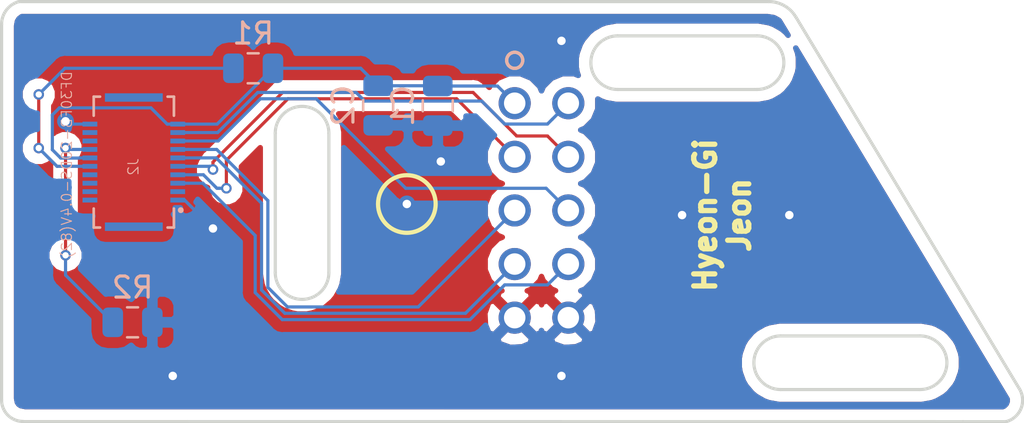
<source format=kicad_pcb>
(kicad_pcb (version 20171130) (host pcbnew "(5.0.1-3-g963ef8bb5)")

  (general
    (thickness 1.6)
    (drawings 23)
    (tracks 101)
    (zones 0)
    (modules 6)
    (nets 21)
  )

  (page A4)
  (title_block
    (title "Trackpad connector")
    (date 2019-03-24)
    (rev 2.0)
    (company vlukash)
  )

  (layers
    (0 F.Cu signal)
    (31 B.Cu signal)
    (32 B.Adhes user)
    (33 F.Adhes user)
    (34 B.Paste user)
    (35 F.Paste user)
    (36 B.SilkS user)
    (37 F.SilkS user)
    (38 B.Mask user)
    (39 F.Mask user)
    (40 Dwgs.User user)
    (41 Cmts.User user)
    (42 Eco1.User user)
    (43 Eco2.User user)
    (44 Edge.Cuts user)
    (45 Margin user)
    (46 B.CrtYd user hide)
    (47 F.CrtYd user)
    (48 B.Fab user hide)
    (49 F.Fab user hide)
  )

  (setup
    (last_trace_width 0.25)
    (trace_clearance 0.2)
    (zone_clearance 0.508)
    (zone_45_only no)
    (trace_min 0.15)
    (segment_width 0.2)
    (edge_width 0.15)
    (via_size 0.8)
    (via_drill 0.4)
    (via_min_size 0.3)
    (via_min_drill 0.3)
    (uvia_size 0.3)
    (uvia_drill 0.1)
    (uvias_allowed no)
    (uvia_min_size 0.2)
    (uvia_min_drill 0.1)
    (pcb_text_width 0.3)
    (pcb_text_size 1.5 1.5)
    (mod_edge_width 0.15)
    (mod_text_size 1 1)
    (mod_text_width 0.15)
    (pad_size 1.524 1.524)
    (pad_drill 0.762)
    (pad_to_mask_clearance 0.051)
    (solder_mask_min_width 0.25)
    (aux_axis_origin 0 0)
    (visible_elements FFFFFF7F)
    (pcbplotparams
      (layerselection 0x010fc_ffffffff)
      (usegerberextensions true)
      (usegerberattributes false)
      (usegerberadvancedattributes false)
      (creategerberjobfile false)
      (excludeedgelayer true)
      (linewidth 0.100000)
      (plotframeref false)
      (viasonmask false)
      (mode 1)
      (useauxorigin false)
      (hpglpennumber 1)
      (hpglpenspeed 20)
      (hpglpendiameter 15.000000)
      (psnegative false)
      (psa4output false)
      (plotreference true)
      (plotvalue true)
      (plotinvisibletext false)
      (padsonsilk false)
      (subtractmaskfromsilk false)
      (outputformat 1)
      (mirror false)
      (drillshape 0)
      (scaleselection 1)
      (outputdirectory "../plot/"))
  )

  (net 0 "")
  (net 1 +2V8)
  (net 2 GND)
  (net 3 TP_SHUTDOWN_2V85)
  (net 4 MOSI_2V85)
  (net 5 SCK_2V85)
  (net 6 TP_MOTION_2V85)
  (net 7 TP_CS_2V85)
  (net 8 MISO_2V85)
  (net 9 TP_RESET_2v85)
  (net 10 "Net-(J2-Pad2)")
  (net 11 "Net-(J2-Pad4)")
  (net 12 "Net-(J2-Pad3)")
  (net 13 "Net-(J2-Pad6)")
  (net 14 "Net-(J2-Pad8)")
  (net 15 "Net-(J2-Pad10)")
  (net 16 "Net-(J2-Pad14)")
  (net 17 "Net-(J2-Pad16)")
  (net 18 "Net-(J2-Pad18)")
  (net 19 "Net-(J2-PadS1)")
  (net 20 "Net-(J2-PadS2)")

  (net_class Default "This is the default net class."
    (clearance 0.2)
    (trace_width 0.25)
    (via_dia 0.8)
    (via_drill 0.4)
    (uvia_dia 0.3)
    (uvia_drill 0.1)
  )

  (net_class sm ""
    (clearance 0.15)
    (trace_width 0.15)
    (via_dia 0.5)
    (via_drill 0.3)
    (uvia_dia 0.3)
    (uvia_drill 0.1)
    (diff_pair_gap 0.15)
    (diff_pair_width 0.2)
    (add_net +2V8)
    (add_net GND)
    (add_net MISO_2V85)
    (add_net MOSI_2V85)
    (add_net "Net-(J2-Pad10)")
    (add_net "Net-(J2-Pad14)")
    (add_net "Net-(J2-Pad16)")
    (add_net "Net-(J2-Pad18)")
    (add_net "Net-(J2-Pad2)")
    (add_net "Net-(J2-Pad3)")
    (add_net "Net-(J2-Pad4)")
    (add_net "Net-(J2-Pad6)")
    (add_net "Net-(J2-Pad8)")
    (add_net "Net-(J2-PadS1)")
    (add_net "Net-(J2-PadS2)")
    (add_net SCK_2V85)
    (add_net TP_CS_2V85)
    (add_net TP_MOTION_2V85)
    (add_net TP_RESET_2v85)
    (add_net TP_SHUTDOWN_2V85)
  )

  (module trackpad:67997-410HLF (layer F.Cu) (tedit 5C906E4D) (tstamp 5C90653C)
    (at 136.85 93.125 270)
    (path /5BFBC49D)
    (fp_text reference J1 (at -5.08 1.27 270) (layer Dwgs.User)
      (effects (font (size 1 1) (thickness 0.15)))
    )
    (fp_text value 67997-410HLF (at -4.92 1.4 270) (layer Dwgs.User)
      (effects (font (size 1 1) (thickness 0.15)))
    )
    (fp_circle (center -10.16 4.445) (end -9.779 4.445) (layer F.Fab) (width 0.1524))
    (fp_circle (center -12.192 2.54) (end -11.811 2.54) (layer B.SilkS) (width 0.1524))
    (fp_circle (center -12.192 2.54) (end -11.811 2.54) (layer F.SilkS) (width 0.1524))
    (fp_line (start 1.27 -1.143) (end -11.43 -1.143) (layer F.CrtYd) (width 0.1524))
    (fp_line (start 1.27 3.683) (end 1.27 -1.143) (layer F.CrtYd) (width 0.1524))
    (fp_line (start -11.43 3.683) (end 1.27 3.683) (layer F.CrtYd) (width 0.1524))
    (fp_line (start -11.43 -1.143) (end -11.43 3.683) (layer F.CrtYd) (width 0.1524))
    (fp_line (start 1.524 -1.397) (end -11.684 -1.397) (layer F.CrtYd) (width 0.1524))
    (fp_line (start 1.524 3.937) (end 1.524 -1.397) (layer F.CrtYd) (width 0.1524))
    (fp_line (start -11.684 3.937) (end 1.524 3.937) (layer F.CrtYd) (width 0.1524))
    (fp_line (start -11.684 -1.397) (end -11.684 3.937) (layer F.CrtYd) (width 0.1524))
    (fp_line (start -11.43 -1.143) (end -11.43 3.683) (layer F.Fab) (width 0.1524))
    (fp_line (start 1.27 -1.143) (end -11.43 -1.143) (layer F.Fab) (width 0.1524))
    (fp_line (start 1.27 3.683) (end 1.27 -1.143) (layer F.Fab) (width 0.1524))
    (fp_line (start -11.43 3.683) (end 1.27 3.683) (layer F.Fab) (width 0.1524))
    (fp_line (start -11.557 -1.27) (end -11.557 3.81) (layer Dwgs.User) (width 0.1524))
    (fp_line (start 1.397 -1.27) (end -11.557 -1.27) (layer Dwgs.User) (width 0.1524))
    (fp_line (start 1.397 3.81) (end 1.397 -1.27) (layer Dwgs.User) (width 0.1524))
    (fp_line (start -11.557 3.81) (end 1.397 3.81) (layer Dwgs.User) (width 0.1524))
    (fp_text user * (at 0 0 270) (layer F.Fab)
      (effects (font (size 1 1) (thickness 0.15)))
    )
    (fp_text user * (at 0 0 270) (layer Dwgs.User)
      (effects (font (size 1 1) (thickness 0.15)))
    )
    (fp_text user "Copyright 2016 Accelerated Designs. All rights reserved." (at 0 0 270) (layer Cmts.User)
      (effects (font (size 0.127 0.127) (thickness 0.002)))
    )
    (pad 10 thru_hole circle (at 0 0 270) (size 1.524 1.524) (drill 1.016) (layers *.Cu *.Mask)
      (net 2 GND))
    (pad 9 thru_hole circle (at -2.54 0 270) (size 1.524 1.524) (drill 1.016) (layers *.Cu *.Mask)
      (net 9 TP_RESET_2v85))
    (pad 8 thru_hole circle (at -5.08 0 270) (size 1.524 1.524) (drill 1.016) (layers *.Cu *.Mask)
      (net 8 MISO_2V85))
    (pad 7 thru_hole circle (at -7.62 0 270) (size 1.524 1.524) (drill 1.016) (layers *.Cu *.Mask)
      (net 7 TP_CS_2V85))
    (pad 6 thru_hole circle (at -10.16 0 270) (size 1.524 1.524) (drill 1.016) (layers *.Cu *.Mask)
      (net 6 TP_MOTION_2V85))
    (pad 5 thru_hole circle (at 0 2.54 270) (size 1.524 1.524) (drill 1.016) (layers *.Cu *.Mask)
      (net 2 GND))
    (pad 4 thru_hole circle (at -2.54 2.54 270) (size 1.524 1.524) (drill 1.016) (layers *.Cu *.Mask)
      (net 5 SCK_2V85))
    (pad 3 thru_hole circle (at -5.08 2.54 270) (size 1.524 1.524) (drill 1.016) (layers *.Cu *.Mask)
      (net 4 MOSI_2V85))
    (pad 2 thru_hole circle (at -7.62 2.54 270) (size 1.524 1.524) (drill 1.016) (layers *.Cu *.Mask)
      (net 3 TP_SHUTDOWN_2V85))
    (pad 1 thru_hole circle (at -10.16 2.54 270) (size 1.524 1.524) (drill 1.016) (layers *.Cu *.Mask)
      (net 1 +2V8))
  )

  (module Capacitor_SMD:C_0805_2012Metric (layer B.Cu) (tedit 5B36C52B) (tstamp 5D1CBB54)
    (at 127.840071 83.074715 270)
    (descr "Capacitor SMD 0805 (2012 Metric), square (rectangular) end terminal, IPC_7351 nominal, (Body size source: https://docs.google.com/spreadsheets/d/1BsfQQcO9C6DZCsRaXUlFlo91Tg2WpOkGARC1WS5S8t0/edit?usp=sharing), generated with kicad-footprint-generator")
    (tags capacitor)
    (path /5BFBE5A7)
    (attr smd)
    (fp_text reference C2 (at 0 1.65 270) (layer B.SilkS)
      (effects (font (size 1 1) (thickness 0.15)) (justify mirror))
    )
    (fp_text value 100nF (at 0 -1.65 270) (layer B.Fab)
      (effects (font (size 1 1) (thickness 0.15)) (justify mirror))
    )
    (fp_text user %R (at 0 0 270) (layer B.Fab)
      (effects (font (size 0.5 0.5) (thickness 0.08)) (justify mirror))
    )
    (fp_line (start 1.68 -0.95) (end -1.68 -0.95) (layer B.CrtYd) (width 0.05))
    (fp_line (start 1.68 0.95) (end 1.68 -0.95) (layer B.CrtYd) (width 0.05))
    (fp_line (start -1.68 0.95) (end 1.68 0.95) (layer B.CrtYd) (width 0.05))
    (fp_line (start -1.68 -0.95) (end -1.68 0.95) (layer B.CrtYd) (width 0.05))
    (fp_line (start -0.258578 -0.71) (end 0.258578 -0.71) (layer B.SilkS) (width 0.12))
    (fp_line (start -0.258578 0.71) (end 0.258578 0.71) (layer B.SilkS) (width 0.12))
    (fp_line (start 1 -0.6) (end -1 -0.6) (layer B.Fab) (width 0.1))
    (fp_line (start 1 0.6) (end 1 -0.6) (layer B.Fab) (width 0.1))
    (fp_line (start -1 0.6) (end 1 0.6) (layer B.Fab) (width 0.1))
    (fp_line (start -1 -0.6) (end -1 0.6) (layer B.Fab) (width 0.1))
    (pad 2 smd roundrect (at 0.9375 0 270) (size 0.975 1.4) (layers B.Cu B.Paste B.Mask) (roundrect_rratio 0.25)
      (net 2 GND))
    (pad 1 smd roundrect (at -0.9375 0 270) (size 0.975 1.4) (layers B.Cu B.Paste B.Mask) (roundrect_rratio 0.25)
      (net 1 +2V8))
    (model ${KISYS3DMOD}/Capacitor_SMD.3dshapes/C_0805_2012Metric.wrl
      (at (xyz 0 0 0))
      (scale (xyz 1 1 1))
      (rotate (xyz 0 0 0))
    )
  )

  (module Capacitor_SMD:C_0805_2012Metric (layer B.Cu) (tedit 5B36C52B) (tstamp 5D1CBB84)
    (at 130.665071 83.087215 270)
    (descr "Capacitor SMD 0805 (2012 Metric), square (rectangular) end terminal, IPC_7351 nominal, (Body size source: https://docs.google.com/spreadsheets/d/1BsfQQcO9C6DZCsRaXUlFlo91Tg2WpOkGARC1WS5S8t0/edit?usp=sharing), generated with kicad-footprint-generator")
    (tags capacitor)
    (path /5BFBE5A0)
    (attr smd)
    (fp_text reference C1 (at 0 1.65 270) (layer B.SilkS)
      (effects (font (size 1 1) (thickness 0.15)) (justify mirror))
    )
    (fp_text value 100pF (at 0 -1.65 270) (layer B.Fab)
      (effects (font (size 1 1) (thickness 0.15)) (justify mirror))
    )
    (fp_line (start -1 -0.6) (end -1 0.6) (layer B.Fab) (width 0.1))
    (fp_line (start -1 0.6) (end 1 0.6) (layer B.Fab) (width 0.1))
    (fp_line (start 1 0.6) (end 1 -0.6) (layer B.Fab) (width 0.1))
    (fp_line (start 1 -0.6) (end -1 -0.6) (layer B.Fab) (width 0.1))
    (fp_line (start -0.258578 0.71) (end 0.258578 0.71) (layer B.SilkS) (width 0.12))
    (fp_line (start -0.258578 -0.71) (end 0.258578 -0.71) (layer B.SilkS) (width 0.12))
    (fp_line (start -1.68 -0.95) (end -1.68 0.95) (layer B.CrtYd) (width 0.05))
    (fp_line (start -1.68 0.95) (end 1.68 0.95) (layer B.CrtYd) (width 0.05))
    (fp_line (start 1.68 0.95) (end 1.68 -0.95) (layer B.CrtYd) (width 0.05))
    (fp_line (start 1.68 -0.95) (end -1.68 -0.95) (layer B.CrtYd) (width 0.05))
    (fp_text user %R (at 0 0 270) (layer B.Fab)
      (effects (font (size 0.5 0.5) (thickness 0.08)) (justify mirror))
    )
    (pad 1 smd roundrect (at -0.9375 0 270) (size 0.975 1.4) (layers B.Cu B.Paste B.Mask) (roundrect_rratio 0.25)
      (net 1 +2V8))
    (pad 2 smd roundrect (at 0.9375 0 270) (size 0.975 1.4) (layers B.Cu B.Paste B.Mask) (roundrect_rratio 0.25)
      (net 2 GND))
    (model ${KISYS3DMOD}/Capacitor_SMD.3dshapes/C_0805_2012Metric.wrl
      (at (xyz 0 0 0))
      (scale (xyz 1 1 1))
      (rotate (xyz 0 0 0))
    )
  )

  (module "trackpad:HIROSE_DF30FB-20DS-0.4V(82)" (layer B.Cu) (tedit 0) (tstamp 5C906581)
    (at 116.265 85.755 90)
    (path /5BFC2433)
    (attr smd)
    (fp_text reference J2 (at -0.225 -0.025 90) (layer B.SilkS)
      (effects (font (size 0.483319 0.483319) (thickness 0.05)) (justify mirror))
    )
    (fp_text value "DF30FB-20DS-0.4V(82)" (at -0.125 -3.175 90) (layer B.SilkS)
      (effects (font (size 0.481269 0.481269) (thickness 0.05)) (justify mirror))
    )
    (fp_line (start -3.1 1.6) (end -3.1 1.9) (layer B.SilkS) (width 0.127))
    (fp_line (start -3.1 1.9) (end -2.2 1.9) (layer B.SilkS) (width 0.127))
    (fp_line (start 3.1 -1.6) (end 3.1 -1.9) (layer B.SilkS) (width 0.127))
    (fp_line (start 3.1 -1.9) (end 2.2 -1.9) (layer B.SilkS) (width 0.127))
    (fp_line (start -3.1 -1.6) (end -3.1 -1.9) (layer B.SilkS) (width 0.127))
    (fp_line (start -3.1 -1.9) (end -2.2 -1.9) (layer B.SilkS) (width 0.127))
    (fp_line (start 3.1 1.6) (end 3.1 1.9) (layer B.SilkS) (width 0.127))
    (fp_line (start 3.1 1.9) (end 2.2 1.9) (layer B.SilkS) (width 0.127))
    (fp_circle (center -2.2762 2.2244) (end -2.2062 2.2244) (layer B.SilkS) (width 0.14))
    (fp_line (start -3.1 1.9) (end -3.1 -1.9) (layer Dwgs.User) (width 0.127))
    (fp_line (start -3.1 -1.9) (end 3.1 -1.9) (layer Dwgs.User) (width 0.127))
    (fp_line (start 3.1 -1.9) (end 3.1 1.9) (layer Dwgs.User) (width 0.127))
    (fp_line (start 3.1 1.9) (end -3.1 1.9) (layer Dwgs.User) (width 0.127))
    (fp_line (start -3.5 2.7) (end -3.5 -2.7) (layer Eco1.User) (width 0.05))
    (fp_line (start -3.5 -2.7) (end 3.5 -2.7) (layer Eco1.User) (width 0.05))
    (fp_line (start 3.5 -2.7) (end 3.5 2.7) (layer Eco1.User) (width 0.05))
    (fp_line (start 3.5 2.7) (end -3.5 2.7) (layer Eco1.User) (width 0.05))
    (pad 2 smd rect (at -1.8 -2.08 90) (size 0.23 0.7) (layers B.Cu B.Paste B.Mask)
      (net 10 "Net-(J2-Pad2)"))
    (pad 1 smd rect (at -1.8 2.08 270) (size 0.23 0.7) (layers B.Cu B.Paste B.Mask)
      (net 2 GND))
    (pad 4 smd rect (at -1.4 -2.08 90) (size 0.23 0.7) (layers B.Cu B.Paste B.Mask)
      (net 11 "Net-(J2-Pad4)"))
    (pad 3 smd rect (at -1.4 2.08 270) (size 0.23 0.7) (layers B.Cu B.Paste B.Mask)
      (net 12 "Net-(J2-Pad3)"))
    (pad 6 smd rect (at -1 -2.08 90) (size 0.23 0.7) (layers B.Cu B.Paste B.Mask)
      (net 13 "Net-(J2-Pad6)"))
    (pad 5 smd rect (at -1 2.08 270) (size 0.23 0.7) (layers B.Cu B.Paste B.Mask)
      (net 9 TP_RESET_2v85))
    (pad 8 smd rect (at -0.6 -2.08 90) (size 0.23 0.7) (layers B.Cu B.Paste B.Mask)
      (net 14 "Net-(J2-Pad8)"))
    (pad 7 smd rect (at -0.6 2.08 270) (size 0.23 0.7) (layers B.Cu B.Paste B.Mask)
      (net 3 TP_SHUTDOWN_2V85))
    (pad 10 smd rect (at -0.2 -2.08 90) (size 0.23 0.7) (layers B.Cu B.Paste B.Mask)
      (net 15 "Net-(J2-Pad10)"))
    (pad 9 smd rect (at -0.2 2.08 270) (size 0.23 0.7) (layers B.Cu B.Paste B.Mask)
      (net 7 TP_CS_2V85))
    (pad 12 smd rect (at 0.2 -2.08 90) (size 0.23 0.7) (layers B.Cu B.Paste B.Mask)
      (net 1 +2V8))
    (pad 11 smd rect (at 0.2 2.08 270) (size 0.23 0.7) (layers B.Cu B.Paste B.Mask)
      (net 5 SCK_2V85))
    (pad 14 smd rect (at 0.6 -2.08 90) (size 0.23 0.7) (layers B.Cu B.Paste B.Mask)
      (net 16 "Net-(J2-Pad14)"))
    (pad 13 smd rect (at 0.6 2.08 270) (size 0.23 0.7) (layers B.Cu B.Paste B.Mask)
      (net 4 MOSI_2V85))
    (pad 16 smd rect (at 1 -2.08 90) (size 0.23 0.7) (layers B.Cu B.Paste B.Mask)
      (net 17 "Net-(J2-Pad16)"))
    (pad 15 smd rect (at 1 2.08 270) (size 0.23 0.7) (layers B.Cu B.Paste B.Mask)
      (net 8 MISO_2V85))
    (pad 18 smd rect (at 1.4 -2.08 90) (size 0.23 0.7) (layers B.Cu B.Paste B.Mask)
      (net 18 "Net-(J2-Pad18)"))
    (pad 17 smd rect (at 1.4 2.08 270) (size 0.23 0.7) (layers B.Cu B.Paste B.Mask)
      (net 6 TP_MOTION_2V85))
    (pad 20 smd rect (at 1.8 -2.08 90) (size 0.23 0.7) (layers B.Cu B.Paste B.Mask)
      (net 2 GND))
    (pad 19 smd rect (at 1.8 2.08 270) (size 0.23 0.7) (layers B.Cu B.Paste B.Mask)
      (net 1 +2V8))
    (pad S1 smd rect (at -3.06 0 90) (size 0.4 2.74) (layers B.Cu B.Paste B.Mask)
      (net 19 "Net-(J2-PadS1)"))
    (pad S2 smd rect (at 3.06 0 270) (size 0.4 2.74) (layers B.Cu B.Paste B.Mask)
      (net 20 "Net-(J2-PadS2)"))
  )

  (module Resistor_SMD:R_0805_2012Metric (layer B.Cu) (tedit 5B36C52B) (tstamp 5C907BD1)
    (at 121.92 81.309715 180)
    (descr "Resistor SMD 0805 (2012 Metric), square (rectangular) end terminal, IPC_7351 nominal, (Body size source: https://docs.google.com/spreadsheets/d/1BsfQQcO9C6DZCsRaXUlFlo91Tg2WpOkGARC1WS5S8t0/edit?usp=sharing), generated with kicad-footprint-generator")
    (tags resistor)
    (path /5BFC6507)
    (attr smd)
    (fp_text reference R1 (at 0 1.65 180) (layer B.SilkS)
      (effects (font (size 1 1) (thickness 0.15)) (justify mirror))
    )
    (fp_text value 220k (at 0 -1.65 180) (layer B.Fab)
      (effects (font (size 1 1) (thickness 0.15)) (justify mirror))
    )
    (fp_line (start -1 -0.6) (end -1 0.6) (layer B.Fab) (width 0.1))
    (fp_line (start -1 0.6) (end 1 0.6) (layer B.Fab) (width 0.1))
    (fp_line (start 1 0.6) (end 1 -0.6) (layer B.Fab) (width 0.1))
    (fp_line (start 1 -0.6) (end -1 -0.6) (layer B.Fab) (width 0.1))
    (fp_line (start -0.258578 0.71) (end 0.258578 0.71) (layer B.SilkS) (width 0.12))
    (fp_line (start -0.258578 -0.71) (end 0.258578 -0.71) (layer B.SilkS) (width 0.12))
    (fp_line (start -1.68 -0.95) (end -1.68 0.95) (layer B.CrtYd) (width 0.05))
    (fp_line (start -1.68 0.95) (end 1.68 0.95) (layer B.CrtYd) (width 0.05))
    (fp_line (start 1.68 0.95) (end 1.68 -0.95) (layer B.CrtYd) (width 0.05))
    (fp_line (start 1.68 -0.95) (end -1.68 -0.95) (layer B.CrtYd) (width 0.05))
    (fp_text user %R (at 0 0 180) (layer B.Fab)
      (effects (font (size 0.5 0.5) (thickness 0.08)) (justify mirror))
    )
    (pad 1 smd roundrect (at -0.9375 0 180) (size 0.975 1.4) (layers B.Cu B.Paste B.Mask) (roundrect_rratio 0.25)
      (net 1 +2V8))
    (pad 2 smd roundrect (at 0.9375 0 180) (size 0.975 1.4) (layers B.Cu B.Paste B.Mask) (roundrect_rratio 0.25)
      (net 15 "Net-(J2-Pad10)"))
    (model ${KISYS3DMOD}/Resistor_SMD.3dshapes/R_0805_2012Metric.wrl
      (at (xyz 0 0 0))
      (scale (xyz 1 1 1))
      (rotate (xyz 0 0 0))
    )
  )

  (module Resistor_SMD:R_0805_2012Metric (layer B.Cu) (tedit 5B36C52B) (tstamp 5D1CBE1F)
    (at 116.205 93.345 180)
    (descr "Resistor SMD 0805 (2012 Metric), square (rectangular) end terminal, IPC_7351 nominal, (Body size source: https://docs.google.com/spreadsheets/d/1BsfQQcO9C6DZCsRaXUlFlo91Tg2WpOkGARC1WS5S8t0/edit?usp=sharing), generated with kicad-footprint-generator")
    (tags resistor)
    (path /5BFC98B0)
    (attr smd)
    (fp_text reference R2 (at 0 1.65 180) (layer B.SilkS)
      (effects (font (size 1 1) (thickness 0.15)) (justify mirror))
    )
    (fp_text value 220k (at 0 -1.65 180) (layer B.Fab)
      (effects (font (size 1 1) (thickness 0.15)) (justify mirror))
    )
    (fp_line (start -1 -0.6) (end -1 0.6) (layer B.Fab) (width 0.1))
    (fp_line (start -1 0.6) (end 1 0.6) (layer B.Fab) (width 0.1))
    (fp_line (start 1 0.6) (end 1 -0.6) (layer B.Fab) (width 0.1))
    (fp_line (start 1 -0.6) (end -1 -0.6) (layer B.Fab) (width 0.1))
    (fp_line (start -0.258578 0.71) (end 0.258578 0.71) (layer B.SilkS) (width 0.12))
    (fp_line (start -0.258578 -0.71) (end 0.258578 -0.71) (layer B.SilkS) (width 0.12))
    (fp_line (start -1.68 -0.95) (end -1.68 0.95) (layer B.CrtYd) (width 0.05))
    (fp_line (start -1.68 0.95) (end 1.68 0.95) (layer B.CrtYd) (width 0.05))
    (fp_line (start 1.68 0.95) (end 1.68 -0.95) (layer B.CrtYd) (width 0.05))
    (fp_line (start 1.68 -0.95) (end -1.68 -0.95) (layer B.CrtYd) (width 0.05))
    (fp_text user %R (at 0 0 180) (layer B.Fab)
      (effects (font (size 0.5 0.5) (thickness 0.08)) (justify mirror))
    )
    (pad 1 smd roundrect (at -0.9375 0 180) (size 0.975 1.4) (layers B.Cu B.Paste B.Mask) (roundrect_rratio 0.25)
      (net 2 GND))
    (pad 2 smd roundrect (at 0.9375 0 180) (size 0.975 1.4) (layers B.Cu B.Paste B.Mask) (roundrect_rratio 0.25)
      (net 16 "Net-(J2-Pad14)"))
    (model ${KISYS3DMOD}/Resistor_SMD.3dshapes/R_0805_2012Metric.wrl
      (at (xyz 0 0 0))
      (scale (xyz 1 1 1))
      (rotate (xyz 0 0 0))
    )
  )

  (gr_text "Hyeon-Gi\nJeon" (at 144.145 88.265 90) (layer F.SilkS)
    (effects (font (size 1 1) (thickness 0.25)))
  )
  (gr_circle (center 129.2 87.74) (end 127.84 87.62) (layer F.SilkS) (width 0.2))
  (gr_arc (start 124.235768 90.98891) (end 122.965768 90.98891) (angle -180) (layer Edge.Cuts) (width 0.15) (tstamp 5D1CAE4A))
  (gr_line (start 125.505768 84.38491) (end 125.505768 90.98891) (layer Edge.Cuts) (width 0.15) (tstamp 5D1CAE53))
  (gr_line (start 122.965768 84.38491) (end 122.965768 90.98891) (layer Edge.Cuts) (width 0.15) (tstamp 5D1CAE50))
  (gr_arc (start 124.235768 84.38491) (end 125.505768 84.38491) (angle -180) (layer Edge.Cuts) (width 0.15) (tstamp 5D1CAE4D))
  (gr_arc (start 111.116076 79.225) (end 110.82 78.15) (angle -74.6014036) (layer Edge.Cuts) (width 0.15) (tstamp 5C906DA9))
  (gr_arc (start 153.516 95.26) (end 153.516 96.53) (angle -180) (layer Edge.Cuts) (width 0.15) (tstamp 5C9065BC))
  (gr_line (start 110.975 98.05) (end 155.548 98.054) (layer Edge.Cuts) (width 0.15) (tstamp 5C9065BB))
  (gr_line (start 147.63 78.88) (end 158.18 96.43) (layer Edge.Cuts) (width 0.15) (tstamp 5C9065BA))
  (gr_line (start 155.548 98.054) (end 157.58 98.054) (layer Edge.Cuts) (width 0.15) (tstamp 5C9065B7))
  (gr_arc (start 157.326 97.038) (end 157.579999 98.053999) (angle -109.6538639) (layer Edge.Cuts) (width 0.15) (tstamp 5C9065B6))
  (gr_arc (start 146.35 79.63106) (end 147.619999 78.869061) (angle -59.03624347) (layer Edge.Cuts) (width 0.15) (tstamp 5C9065B5))
  (gr_line (start 146.34 78.15) (end 110.8 78.15) (layer Edge.Cuts) (width 0.15) (tstamp 5C90653B))
  (gr_line (start 110 79.22) (end 110 97.01) (layer Edge.Cuts) (width 0.15) (tstamp 5C90653A))
  (gr_arc (start 111.016 97.025) (end 110 97.025) (angle -90) (layer Edge.Cuts) (width 0.15) (tstamp 5C906539))
  (gr_line (start 145.792 82.314) (end 139.188 82.314) (layer Edge.Cuts) (width 0.15) (tstamp 5C9064EB))
  (gr_line (start 145.792 79.774) (end 139.188 79.774) (layer Edge.Cuts) (width 0.15) (tstamp 5C9064EA))
  (gr_arc (start 145.792 81.044) (end 145.792 82.314) (angle -180) (layer Edge.Cuts) (width 0.15) (tstamp 5C9064E9))
  (gr_line (start 153.516 93.99) (end 146.912 93.99) (layer Edge.Cuts) (width 0.15) (tstamp 5C9064E8))
  (gr_line (start 153.516 96.53) (end 146.912 96.53) (layer Edge.Cuts) (width 0.15) (tstamp 5C9064E7))
  (gr_arc (start 146.912 95.26) (end 146.912 93.99) (angle -180) (layer Edge.Cuts) (width 0.15) (tstamp 5C9064CE))
  (gr_arc (start 139.188 81.044) (end 139.188 79.774) (angle -180) (layer Edge.Cuts) (width 0.15) (tstamp 5C9064BD))

  (via (at 120.65 86.995) (size 0.5) (drill 0.3) (layers F.Cu B.Cu) (net 3))
  (via (at 120.015 86.106) (size 0.5) (drill 0.3) (layers F.Cu B.Cu) (net 7) (tstamp 5D1CCF96))
  (segment (start 133.494715 82.149715) (end 134.31 82.965) (width 0.15) (layer B.Cu) (net 1))
  (segment (start 130.665071 82.149715) (end 133.494715 82.149715) (width 0.15) (layer B.Cu) (net 1))
  (segment (start 130.652571 82.137215) (end 130.665071 82.149715) (width 0.15) (layer B.Cu) (net 1))
  (segment (start 127.840071 82.137215) (end 130.652571 82.137215) (width 0.15) (layer B.Cu) (net 1))
  (segment (start 127.012571 81.309715) (end 127.840071 82.137215) (width 0.15) (layer B.Cu) (net 1))
  (segment (start 122.8575 81.309715) (end 127.012571 81.309715) (width 0.15) (layer B.Cu) (net 1))
  (segment (start 120.212215 83.955) (end 122.8575 81.309715) (width 0.15) (layer B.Cu) (net 1))
  (segment (start 118.345 83.955) (end 120.212215 83.955) (width 0.15) (layer B.Cu) (net 1))
  (segment (start 112.404999 83.519999) (end 112.739998 83.185) (width 0.15) (layer B.Cu) (net 1))
  (segment (start 113.685 85.555) (end 113.674999 85.565001) (width 0.15) (layer B.Cu) (net 1))
  (segment (start 112.801999 85.565001) (end 112.404999 85.168001) (width 0.15) (layer B.Cu) (net 1))
  (segment (start 113.674999 85.565001) (end 112.801999 85.565001) (width 0.15) (layer B.Cu) (net 1))
  (segment (start 112.404999 85.168001) (end 112.404999 83.519999) (width 0.15) (layer B.Cu) (net 1))
  (segment (start 114.185 85.555) (end 113.685 85.555) (width 0.15) (layer B.Cu) (net 1))
  (segment (start 117.845 83.955) (end 118.345 83.955) (width 0.15) (layer B.Cu) (net 1))
  (segment (start 117.075 83.185) (end 117.845 83.955) (width 0.15) (layer B.Cu) (net 1))
  (segment (start 112.739998 83.185) (end 117.075 83.185) (width 0.15) (layer B.Cu) (net 1))
  (via (at 147.32 88.265) (size 0.8) (drill 0.4) (layers F.Cu B.Cu) (net 2))
  (via (at 118.11 95.885) (size 0.8) (drill 0.4) (layers F.Cu B.Cu) (net 2))
  (via (at 136.525 95.885) (size 0.8) (drill 0.4) (layers F.Cu B.Cu) (net 2))
  (via (at 120.015 88.9) (size 0.8) (drill 0.4) (layers F.Cu B.Cu) (net 2) (tstamp 5D1CC26A))
  (via (at 113.03 83.82) (size 0.8) (drill 0.4) (layers F.Cu B.Cu) (net 2) (tstamp 5D1CC26E))
  (via (at 129.2 87.74) (size 0.8) (drill 0.4) (layers F.Cu B.Cu) (net 2) (tstamp 5D1CC392))
  (via (at 136.525 80.01) (size 0.8) (drill 0.4) (layers F.Cu B.Cu) (net 2) (tstamp 5D1CC394))
  (via (at 142.24 88.265) (size 0.8) (drill 0.4) (layers F.Cu B.Cu) (net 2) (tstamp 5D1CC396))
  (segment (start 113.165 83.955) (end 113.03 83.82) (width 0.15) (layer B.Cu) (net 2))
  (segment (start 114.185 83.955) (end 113.165 83.955) (width 0.15) (layer B.Cu) (net 2))
  (via (at 130.81 85.725) (size 0.8) (drill 0.4) (layers F.Cu B.Cu) (net 2) (tstamp 5D1CD2D6))
  (segment (start 118.67 87.555) (end 118.345 87.555) (width 0.15) (layer B.Cu) (net 2))
  (segment (start 120.015 88.9) (end 118.67 87.555) (width 0.15) (layer B.Cu) (net 2))
  (via (at 113.03 85.09) (size 0.5) (drill 0.3) (layers F.Cu B.Cu) (net 16))
  (via (at 111.76 85.09) (size 0.5) (drill 0.3) (layers F.Cu B.Cu) (net 15))
  (segment (start 120.200998 86.995) (end 120.296447 86.995) (width 0.15) (layer B.Cu) (net 3))
  (segment (start 119.560998 86.355) (end 120.200998 86.995) (width 0.15) (layer B.Cu) (net 3))
  (segment (start 120.296447 86.995) (end 120.65 86.995) (width 0.15) (layer B.Cu) (net 3))
  (segment (start 118.345 86.355) (end 119.560998 86.355) (width 0.15) (layer B.Cu) (net 3))
  (segment (start 133.548001 84.743001) (end 134.31 85.505) (width 0.15) (layer F.Cu) (net 3))
  (segment (start 131.560718 82.755718) (end 133.548001 84.743001) (width 0.15) (layer F.Cu) (net 3))
  (segment (start 123.564768 82.755718) (end 131.560718 82.755718) (width 0.15) (layer F.Cu) (net 3))
  (segment (start 120.65 85.670486) (end 123.564768 82.755718) (width 0.15) (layer F.Cu) (net 3))
  (segment (start 120.65 86.995) (end 120.65 85.670486) (width 0.15) (layer F.Cu) (net 3))
  (segment (start 118.845 85.155) (end 118.345 85.155) (width 0.15) (layer B.Cu) (net 4))
  (segment (start 122.615758 87.579478) (end 120.19128 85.155) (width 0.15) (layer B.Cu) (net 4))
  (segment (start 123.544555 92.618101) (end 122.615759 91.689305) (width 0.15) (layer B.Cu) (net 4))
  (segment (start 129.736899 92.618101) (end 123.544555 92.618101) (width 0.15) (layer B.Cu) (net 4))
  (segment (start 120.19128 85.155) (end 118.845 85.155) (width 0.15) (layer B.Cu) (net 4))
  (segment (start 134.31 88.045) (end 129.736899 92.618101) (width 0.15) (layer B.Cu) (net 4))
  (segment (start 122.615759 91.689305) (end 122.615758 87.579478) (width 0.15) (layer B.Cu) (net 4))
  (segment (start 120.167002 85.555) (end 118.345 85.555) (width 0.15) (layer B.Cu) (net 5))
  (segment (start 122.315749 91.813573) (end 122.315749 87.703747) (width 0.15) (layer B.Cu) (net 5))
  (segment (start 123.420286 92.91811) (end 122.315749 91.813573) (width 0.15) (layer B.Cu) (net 5))
  (segment (start 131.976889 92.918111) (end 123.420286 92.91811) (width 0.15) (layer B.Cu) (net 5))
  (segment (start 122.315749 87.703747) (end 120.167002 85.555) (width 0.15) (layer B.Cu) (net 5))
  (segment (start 134.31 90.585) (end 131.976889 92.918111) (width 0.15) (layer B.Cu) (net 5))
  (segment (start 132.746463 82.862225) (end 133.836239 83.952001) (width 0.15) (layer B.Cu) (net 6))
  (segment (start 133.836239 83.952001) (end 135.862999 83.952001) (width 0.15) (layer B.Cu) (net 6))
  (segment (start 127.202153 82.862225) (end 132.746463 82.862225) (width 0.15) (layer B.Cu) (net 6))
  (segment (start 136.088001 83.726999) (end 136.85 82.965) (width 0.15) (layer B.Cu) (net 6))
  (segment (start 126.795637 82.455709) (end 127.202153 82.862225) (width 0.15) (layer B.Cu) (net 6))
  (segment (start 135.862999 83.952001) (end 136.088001 83.726999) (width 0.15) (layer B.Cu) (net 6))
  (segment (start 122.135784 82.455709) (end 126.795637 82.455709) (width 0.15) (layer B.Cu) (net 6))
  (segment (start 120.236493 84.355) (end 122.135784 82.455709) (width 0.15) (layer B.Cu) (net 6))
  (segment (start 118.345 84.355) (end 120.236493 84.355) (width 0.15) (layer B.Cu) (net 6))
  (segment (start 119.864 85.955) (end 120.015 86.106) (width 0.15) (layer B.Cu) (net 7))
  (segment (start 118.345 85.955) (end 119.864 85.955) (width 0.15) (layer B.Cu) (net 7))
  (segment (start 136.088001 84.743001) (end 136.85 85.505) (width 0.15) (layer F.Cu) (net 7))
  (segment (start 134.402237 84.517999) (end 135.862999 84.517999) (width 0.15) (layer F.Cu) (net 7))
  (segment (start 132.339946 82.455708) (end 134.402237 84.517999) (width 0.15) (layer F.Cu) (net 7))
  (segment (start 123.311739 82.455708) (end 132.339946 82.455708) (width 0.15) (layer F.Cu) (net 7))
  (segment (start 135.862999 84.517999) (end 136.088001 84.743001) (width 0.15) (layer F.Cu) (net 7))
  (segment (start 120.015 85.752447) (end 123.311739 82.455708) (width 0.15) (layer F.Cu) (net 7))
  (segment (start 120.015 86.106) (end 120.015 85.752447) (width 0.15) (layer F.Cu) (net 7))
  (segment (start 120.260771 84.755) (end 118.345 84.755) (width 0.15) (layer B.Cu) (net 8))
  (segment (start 124.906767 82.755718) (end 122.260053 82.755718) (width 0.15) (layer B.Cu) (net 8))
  (segment (start 129.146049 86.995) (end 124.906767 82.755718) (width 0.15) (layer B.Cu) (net 8))
  (segment (start 122.260053 82.755718) (end 120.260771 84.755) (width 0.15) (layer B.Cu) (net 8))
  (segment (start 135.8 86.995) (end 129.146049 86.995) (width 0.15) (layer B.Cu) (net 8))
  (segment (start 136.85 88.045) (end 135.8 86.995) (width 0.15) (layer B.Cu) (net 8))
  (segment (start 122.015739 89.234019) (end 122.015739 91.937841) (width 0.15) (layer B.Cu) (net 9))
  (segment (start 119.53672 86.755) (end 122.015739 89.234019) (width 0.15) (layer B.Cu) (net 9))
  (segment (start 118.345 86.755) (end 119.53672 86.755) (width 0.15) (layer B.Cu) (net 9))
  (segment (start 136.088001 91.346999) (end 136.85 90.585) (width 0.15) (layer B.Cu) (net 9))
  (segment (start 135.862999 91.572001) (end 136.088001 91.346999) (width 0.15) (layer B.Cu) (net 9))
  (segment (start 133.836239 91.572001) (end 135.862999 91.572001) (width 0.15) (layer B.Cu) (net 9))
  (segment (start 132.190121 93.218119) (end 133.836239 91.572001) (width 0.15) (layer B.Cu) (net 9))
  (segment (start 123.296019 93.218119) (end 132.190121 93.218119) (width 0.15) (layer B.Cu) (net 9))
  (segment (start 122.015739 91.937841) (end 123.296019 93.218119) (width 0.15) (layer B.Cu) (net 9))
  (segment (start 112.625 85.955) (end 111.76 85.09) (width 0.15) (layer B.Cu) (net 15))
  (segment (start 114.185 85.955) (end 112.625 85.955) (width 0.15) (layer B.Cu) (net 15))
  (via (at 111.76 82.55) (size 0.5) (drill 0.3) (layers F.Cu B.Cu) (net 15) (tstamp 5D1CC4BE))
  (segment (start 113.000285 81.309715) (end 111.76 82.55) (width 0.15) (layer B.Cu) (net 15))
  (segment (start 120.9825 81.309715) (end 113.000285 81.309715) (width 0.15) (layer B.Cu) (net 15))
  (segment (start 111.76 82.55) (end 111.76 85.09) (width 0.15) (layer F.Cu) (net 15))
  (via (at 113.03 90.17) (size 0.5) (drill 0.3) (layers F.Cu B.Cu) (net 16) (tstamp 5D1CC425))
  (segment (start 113.03 91.1075) (end 115.2675 93.345) (width 0.15) (layer B.Cu) (net 16))
  (segment (start 113.03 90.17) (end 113.03 91.1075) (width 0.15) (layer B.Cu) (net 16))
  (segment (start 113.095 85.155) (end 114.185 85.155) (width 0.15) (layer B.Cu) (net 16))
  (segment (start 113.03 85.09) (end 113.095 85.155) (width 0.15) (layer B.Cu) (net 16))
  (segment (start 113.03 85.09) (end 113.03 90.17) (width 0.15) (layer F.Cu) (net 16))

  (zone (net 2) (net_name GND) (layer F.Cu) (tstamp 5C91A435) (hatch edge 0.508)
    (connect_pads (clearance 0.508))
    (min_thickness 0.254)
    (fill yes (arc_segments 16) (thermal_gap 0.508) (thermal_bridge_width 0.508))
    (polygon
      (pts
        (xy 110.2 79.2) (xy 110.8 78.4) (xy 146.6 78.4) (xy 157.8 97) (xy 157.6 97.8)
        (xy 110.8 97.8) (xy 110.2 97.2)
      )
    )
    (filled_polygon
      (pts
        (xy 146.596596 78.910813) (xy 146.816601 79.029521) (xy 146.857388 79.073645) (xy 147.261941 79.745492) (xy 147.152231 79.614744)
        (xy 146.96334 79.456246) (xy 146.963338 79.456245) (xy 146.581367 79.235713) (xy 146.581368 79.235713) (xy 146.581365 79.235711)
        (xy 146.349656 79.151376) (xy 145.922874 79.076123) (xy 145.861926 79.064) (xy 139.118074 79.064) (xy 139.057119 79.076125)
        (xy 138.630344 79.151376) (xy 138.398635 79.235711) (xy 138.398633 79.235713) (xy 138.398632 79.235713) (xy 138.016662 79.456245)
        (xy 138.01666 79.456246) (xy 137.827769 79.614744) (xy 137.544257 79.95262) (xy 137.420966 80.166165) (xy 137.420966 80.166167)
        (xy 137.270112 80.580632) (xy 137.236662 80.770337) (xy 137.227294 80.823467) (xy 137.227294 81.264534) (xy 137.270112 81.507368)
        (xy 137.321348 81.648136) (xy 137.127881 81.568) (xy 136.572119 81.568) (xy 136.058663 81.78068) (xy 135.66568 82.173663)
        (xy 135.58 82.380513) (xy 135.49432 82.173663) (xy 135.101337 81.78068) (xy 134.587881 81.568) (xy 134.032119 81.568)
        (xy 133.518663 81.78068) (xy 133.12568 82.173663) (xy 133.107026 82.218698) (xy 132.89144 82.003112) (xy 132.851827 81.943827)
        (xy 132.616974 81.786903) (xy 132.409872 81.745708) (xy 132.40987 81.745708) (xy 132.339946 81.731799) (xy 132.270022 81.745708)
        (xy 123.381663 81.745708) (xy 123.311738 81.731799) (xy 123.241814 81.745708) (xy 123.241813 81.745708) (xy 123.034711 81.786903)
        (xy 122.799858 81.943827) (xy 122.760247 82.003109) (xy 119.562402 85.200955) (xy 119.50312 85.240566) (xy 119.346195 85.475419)
        (xy 119.334324 85.535097) (xy 119.264733 85.604688) (xy 119.13 85.929963) (xy 119.13 86.282037) (xy 119.264733 86.607312)
        (xy 119.513688 86.856267) (xy 119.765 86.960364) (xy 119.765 87.171037) (xy 119.899733 87.496312) (xy 120.148688 87.745267)
        (xy 120.473963 87.88) (xy 120.826037 87.88) (xy 121.151312 87.745267) (xy 121.400267 87.496312) (xy 121.535 87.171037)
        (xy 121.535 86.818963) (xy 121.400267 86.493688) (xy 121.36 86.453421) (xy 121.36 85.964576) (xy 122.255768 85.068808)
        (xy 122.255769 91.058836) (xy 122.267883 91.119739) (xy 122.343144 91.546566) (xy 122.427479 91.778275) (xy 122.427481 91.778277)
        (xy 122.648013 92.160248) (xy 122.648014 92.16025) (xy 122.806512 92.349141) (xy 123.144389 92.632653) (xy 123.144389 92.632654)
        (xy 123.357933 92.755944) (xy 123.7724 92.906798) (xy 124.015234 92.949616) (xy 124.456302 92.949616) (xy 124.639564 92.917302)
        (xy 132.900856 92.917302) (xy 132.928638 93.472368) (xy 133.087603 93.856143) (xy 133.329787 93.925608) (xy 134.130395 93.125)
        (xy 134.489605 93.125) (xy 135.290213 93.925608) (xy 135.532397 93.856143) (xy 135.576453 93.732656) (xy 135.627603 93.856143)
        (xy 135.869787 93.925608) (xy 136.670395 93.125) (xy 137.029605 93.125) (xy 137.830213 93.925608) (xy 138.072397 93.856143)
        (xy 138.259144 93.332698) (xy 138.231362 92.777632) (xy 138.072397 92.393857) (xy 137.830213 92.324392) (xy 137.029605 93.125)
        (xy 136.670395 93.125) (xy 135.869787 92.324392) (xy 135.627603 92.393857) (xy 135.583547 92.517344) (xy 135.532397 92.393857)
        (xy 135.290213 92.324392) (xy 134.489605 93.125) (xy 134.130395 93.125) (xy 133.329787 92.324392) (xy 133.087603 92.393857)
        (xy 132.900856 92.917302) (xy 124.639564 92.917302) (xy 124.699136 92.906798) (xy 125.113598 92.755945) (xy 125.113603 92.755944)
        (xy 125.327148 92.632653) (xy 125.665024 92.349141) (xy 125.823522 92.16025) (xy 125.823523 92.160248) (xy 126.044055 91.778278)
        (xy 126.044056 91.778276) (xy 126.044057 91.778275) (xy 126.128392 91.546566) (xy 126.203643 91.119791) (xy 126.215768 91.058836)
        (xy 126.215768 84.314984) (xy 126.203643 84.254029) (xy 126.128392 83.827254) (xy 126.044057 83.595545) (xy 126.044055 83.595543)
        (xy 126.044055 83.595542) (xy 125.9691 83.465718) (xy 131.266628 83.465718) (xy 132.946691 85.145782) (xy 132.913 85.227119)
        (xy 132.913 85.782881) (xy 133.12568 86.296337) (xy 133.518663 86.68932) (xy 133.725513 86.775) (xy 133.518663 86.86068)
        (xy 133.12568 87.253663) (xy 132.913 87.767119) (xy 132.913 88.322881) (xy 133.12568 88.836337) (xy 133.518663 89.22932)
        (xy 133.725513 89.315) (xy 133.518663 89.40068) (xy 133.12568 89.793663) (xy 132.913 90.307119) (xy 132.913 90.862881)
        (xy 133.12568 91.376337) (xy 133.518663 91.76932) (xy 133.709647 91.848428) (xy 133.578857 91.902603) (xy 133.509392 92.144787)
        (xy 134.31 92.945395) (xy 135.110608 92.144787) (xy 135.041143 91.902603) (xy 134.900607 91.852465) (xy 135.101337 91.76932)
        (xy 135.49432 91.376337) (xy 135.58 91.169487) (xy 135.66568 91.376337) (xy 136.058663 91.76932) (xy 136.249647 91.848428)
        (xy 136.118857 91.902603) (xy 136.049392 92.144787) (xy 136.85 92.945395) (xy 137.650608 92.144787) (xy 137.581143 91.902603)
        (xy 137.440607 91.852465) (xy 137.641337 91.76932) (xy 138.03432 91.376337) (xy 138.247 90.862881) (xy 138.247 90.307119)
        (xy 138.03432 89.793663) (xy 137.641337 89.40068) (xy 137.434487 89.315) (xy 137.641337 89.22932) (xy 138.03432 88.836337)
        (xy 138.247 88.322881) (xy 138.247 87.767119) (xy 138.03432 87.253663) (xy 137.641337 86.86068) (xy 137.434487 86.775)
        (xy 137.641337 86.68932) (xy 138.03432 86.296337) (xy 138.247 85.782881) (xy 138.247 85.227119) (xy 138.03432 84.713663)
        (xy 137.641337 84.32068) (xy 137.434487 84.235) (xy 137.641337 84.14932) (xy 138.03432 83.756337) (xy 138.247 83.242881)
        (xy 138.247 82.764742) (xy 138.398632 82.852287) (xy 138.398633 82.852287) (xy 138.398635 82.852289) (xy 138.630344 82.936624)
        (xy 139.057119 83.011875) (xy 139.118074 83.024) (xy 145.861926 83.024) (xy 145.922874 83.011877) (xy 146.349656 82.936624)
        (xy 146.581365 82.852289) (xy 146.581368 82.852286) (xy 146.963338 82.631755) (xy 146.96334 82.631754) (xy 147.152231 82.473256)
        (xy 147.435743 82.13538) (xy 147.491897 82.03812) (xy 147.559034 81.921835) (xy 147.709888 81.507368) (xy 147.752706 81.264534)
        (xy 147.752706 80.823467) (xy 147.743338 80.770337) (xy 147.709888 80.580632) (xy 147.625942 80.349992) (xy 157.643199 96.985793)
        (xy 157.643078 97.101416) (xy 157.594674 97.217929) (xy 157.498894 97.313509) (xy 157.429968 97.344) (xy 155.539995 97.344)
        (xy 111.131248 97.340014) (xy 110.904223 97.294856) (xy 110.809461 97.231539) (xy 110.746144 97.136777) (xy 110.71 96.955069)
        (xy 110.71 95.039467) (xy 144.951294 95.039467) (xy 144.951294 95.480534) (xy 144.994112 95.723368) (xy 145.144965 96.13783)
        (xy 145.144966 96.137835) (xy 145.268257 96.35138) (xy 145.551769 96.689256) (xy 145.74066 96.847754) (xy 145.740662 96.847755)
        (xy 146.122632 97.068287) (xy 146.122633 97.068287) (xy 146.122635 97.068289) (xy 146.354344 97.152624) (xy 146.781119 97.227875)
        (xy 146.842074 97.24) (xy 153.585926 97.24) (xy 153.646874 97.227877) (xy 154.073656 97.152624) (xy 154.305365 97.068289)
        (xy 154.305368 97.068286) (xy 154.687338 96.847755) (xy 154.68734 96.847754) (xy 154.876231 96.689256) (xy 155.159743 96.35138)
        (xy 155.172871 96.328643) (xy 155.283034 96.137835) (xy 155.433888 95.723368) (xy 155.476706 95.480534) (xy 155.476706 95.039467)
        (xy 155.467338 94.986337) (xy 155.433888 94.796632) (xy 155.283034 94.382165) (xy 155.159744 94.168621) (xy 155.159743 94.16862)
        (xy 154.876231 93.830744) (xy 154.68734 93.672246) (xy 154.687338 93.672245) (xy 154.305367 93.451713) (xy 154.305368 93.451713)
        (xy 154.305365 93.451711) (xy 154.073656 93.367376) (xy 153.646874 93.292123) (xy 153.585926 93.28) (xy 146.842074 93.28)
        (xy 146.781119 93.292125) (xy 146.354344 93.367376) (xy 146.122635 93.451711) (xy 146.122633 93.451713) (xy 146.122632 93.451713)
        (xy 145.740662 93.672245) (xy 145.74066 93.672246) (xy 145.551769 93.830744) (xy 145.268257 94.16862) (xy 145.144966 94.382165)
        (xy 145.144966 94.382167) (xy 144.994112 94.796632) (xy 144.960662 94.986337) (xy 144.951294 95.039467) (xy 110.71 95.039467)
        (xy 110.71 94.105213) (xy 133.509392 94.105213) (xy 133.578857 94.347397) (xy 134.102302 94.534144) (xy 134.657368 94.506362)
        (xy 135.041143 94.347397) (xy 135.110608 94.105213) (xy 136.049392 94.105213) (xy 136.118857 94.347397) (xy 136.642302 94.534144)
        (xy 137.197368 94.506362) (xy 137.581143 94.347397) (xy 137.650608 94.105213) (xy 136.85 93.304605) (xy 136.049392 94.105213)
        (xy 135.110608 94.105213) (xy 134.31 93.304605) (xy 133.509392 94.105213) (xy 110.71 94.105213) (xy 110.71 82.373963)
        (xy 110.875 82.373963) (xy 110.875 82.726037) (xy 111.009733 83.051312) (xy 111.05 83.091579) (xy 111.050001 84.54842)
        (xy 111.009733 84.588688) (xy 110.875 84.913963) (xy 110.875 85.266037) (xy 111.009733 85.591312) (xy 111.258688 85.840267)
        (xy 111.583963 85.975) (xy 111.936037 85.975) (xy 112.261312 85.840267) (xy 112.32 85.781579) (xy 112.320001 89.62842)
        (xy 112.279733 89.668688) (xy 112.145 89.993963) (xy 112.145 90.346037) (xy 112.279733 90.671312) (xy 112.528688 90.920267)
        (xy 112.853963 91.055) (xy 113.206037 91.055) (xy 113.531312 90.920267) (xy 113.780267 90.671312) (xy 113.915 90.346037)
        (xy 113.915 89.993963) (xy 113.780267 89.668688) (xy 113.74 89.628421) (xy 113.74 85.631579) (xy 113.780267 85.591312)
        (xy 113.915 85.266037) (xy 113.915 84.913963) (xy 113.780267 84.588688) (xy 113.531312 84.339733) (xy 113.206037 84.205)
        (xy 112.853963 84.205) (xy 112.528688 84.339733) (xy 112.47 84.398421) (xy 112.47 83.091579) (xy 112.510267 83.051312)
        (xy 112.645 82.726037) (xy 112.645 82.373963) (xy 112.510267 82.048688) (xy 112.261312 81.799733) (xy 111.936037 81.665)
        (xy 111.583963 81.665) (xy 111.258688 81.799733) (xy 111.009733 82.048688) (xy 110.875 82.373963) (xy 110.71 82.373963)
        (xy 110.71 79.296187) (xy 110.749595 79.083587) (xy 110.825075 78.961135) (xy 110.958075 78.86) (xy 146.291314 78.86)
      )
    )
  )
  (zone (net 2) (net_name GND) (layer B.Cu) (tstamp 5C91A432) (hatch edge 0.508)
    (connect_pads (clearance 0.508))
    (min_thickness 0.254)
    (fill yes (arc_segments 16) (thermal_gap 0.508) (thermal_bridge_width 0.508))
    (polygon
      (pts
        (xy 110.2 79.2) (xy 110.8 78.4) (xy 146.6 78.4) (xy 157.8 97) (xy 157.6 97.8)
        (xy 110.8 97.8) (xy 110.2 97.2)
      )
    )
    (filled_polygon
      (pts
        (xy 146.596596 78.910813) (xy 146.816601 79.029521) (xy 146.857388 79.073645) (xy 147.261941 79.745492) (xy 147.152231 79.614744)
        (xy 146.96334 79.456246) (xy 146.963338 79.456245) (xy 146.581367 79.235713) (xy 146.581368 79.235713) (xy 146.581365 79.235711)
        (xy 146.349656 79.151376) (xy 145.922874 79.076123) (xy 145.861926 79.064) (xy 139.118074 79.064) (xy 139.057119 79.076125)
        (xy 138.630344 79.151376) (xy 138.398635 79.235711) (xy 138.398633 79.235713) (xy 138.398632 79.235713) (xy 138.016662 79.456245)
        (xy 138.01666 79.456246) (xy 137.827769 79.614744) (xy 137.544257 79.95262) (xy 137.420966 80.166165) (xy 137.420966 80.166167)
        (xy 137.270112 80.580632) (xy 137.229994 80.808153) (xy 137.227294 80.823467) (xy 137.227294 81.264534) (xy 137.270112 81.507368)
        (xy 137.321348 81.648136) (xy 137.127881 81.568) (xy 136.572119 81.568) (xy 136.058663 81.78068) (xy 135.66568 82.173663)
        (xy 135.58 82.380513) (xy 135.49432 82.173663) (xy 135.101337 81.78068) (xy 134.587881 81.568) (xy 134.032119 81.568)
        (xy 133.951845 81.601251) (xy 133.771743 81.48091) (xy 133.564641 81.439715) (xy 133.564639 81.439715) (xy 133.494715 81.425806)
        (xy 133.424791 81.439715) (xy 131.861013 81.439715) (xy 131.751487 81.275799) (xy 131.462365 81.082613) (xy 131.121321 81.014775)
        (xy 130.208821 81.014775) (xy 129.867777 81.082613) (xy 129.578655 81.275799) (xy 129.477482 81.427215) (xy 129.036013 81.427215)
        (xy 128.926487 81.263299) (xy 128.637365 81.070113) (xy 128.296321 81.002275) (xy 127.709222 81.002275) (xy 127.564065 80.857118)
        (xy 127.524452 80.797834) (xy 127.289599 80.64091) (xy 127.082497 80.599715) (xy 127.082495 80.599715) (xy 127.012571 80.585806)
        (xy 126.942647 80.599715) (xy 123.941966 80.599715) (xy 123.924602 80.512421) (xy 123.731416 80.223299) (xy 123.442294 80.030113)
        (xy 123.10125 79.962275) (xy 122.61375 79.962275) (xy 122.272706 80.030113) (xy 121.983584 80.223299) (xy 121.92 80.318459)
        (xy 121.856416 80.223299) (xy 121.567294 80.030113) (xy 121.22625 79.962275) (xy 120.73875 79.962275) (xy 120.397706 80.030113)
        (xy 120.108584 80.223299) (xy 119.915398 80.512421) (xy 119.898034 80.599715) (xy 113.070211 80.599715) (xy 113.000285 80.585806)
        (xy 112.723256 80.64091) (xy 112.547684 80.758224) (xy 112.488404 80.797834) (xy 112.448795 80.857114) (xy 111.640909 81.665)
        (xy 111.583963 81.665) (xy 111.258688 81.799733) (xy 111.009733 82.048688) (xy 110.875 82.373963) (xy 110.875 82.726037)
        (xy 111.009733 83.051312) (xy 111.258688 83.300267) (xy 111.583963 83.435) (xy 111.697998 83.435) (xy 111.68109 83.519999)
        (xy 111.695 83.589928) (xy 111.695 84.205) (xy 111.583963 84.205) (xy 111.258688 84.339733) (xy 111.009733 84.588688)
        (xy 110.875 84.913963) (xy 110.875 85.266037) (xy 111.009733 85.591312) (xy 111.258688 85.840267) (xy 111.583963 85.975)
        (xy 111.640909 85.975) (xy 112.07351 86.407601) (xy 112.113119 86.466881) (xy 112.172398 86.50649) (xy 112.172399 86.506491)
        (xy 112.347972 86.623805) (xy 112.625 86.678909) (xy 112.694926 86.665) (xy 113.18756 86.665) (xy 113.18756 86.87)
        (xy 113.204467 86.955) (xy 113.18756 87.04) (xy 113.18756 87.27) (xy 113.204467 87.355) (xy 113.18756 87.44)
        (xy 113.18756 87.67) (xy 113.236843 87.917765) (xy 113.377191 88.127809) (xy 113.587235 88.268157) (xy 113.835 88.31744)
        (xy 114.330115 88.31744) (xy 114.296843 88.367235) (xy 114.24756 88.615) (xy 114.24756 89.015) (xy 114.296843 89.262765)
        (xy 114.437191 89.472809) (xy 114.647235 89.613157) (xy 114.895 89.66244) (xy 117.635 89.66244) (xy 117.882765 89.613157)
        (xy 118.092809 89.472809) (xy 118.233157 89.262765) (xy 118.28244 89.015) (xy 118.28244 88.615) (xy 118.233157 88.367235)
        (xy 118.138571 88.225679) (xy 118.218 88.14625) (xy 118.218 87.91744) (xy 118.472 87.91744) (xy 118.472 88.14625)
        (xy 118.63075 88.305) (xy 118.82131 88.305) (xy 119.054699 88.208327) (xy 119.233327 88.029698) (xy 119.33 87.796309)
        (xy 119.33 87.77125) (xy 119.206382 87.647632) (xy 119.293157 87.517765) (xy 119.293528 87.515898) (xy 121.305739 89.52811)
        (xy 121.30574 91.867911) (xy 121.29183 91.937841) (xy 121.346935 92.214869) (xy 121.442646 92.35811) (xy 121.503859 92.449722)
        (xy 121.563138 92.489331) (xy 122.744529 93.670721) (xy 122.784138 93.73) (xy 122.843417 93.769609) (xy 122.843418 93.76961)
        (xy 123.01899 93.886923) (xy 123.018991 93.886924) (xy 123.214365 93.925786) (xy 123.296019 93.942028) (xy 123.365943 93.928119)
        (xy 132.120197 93.928119) (xy 132.190121 93.942028) (xy 132.260045 93.928119) (xy 132.260047 93.928119) (xy 132.467149 93.886924)
        (xy 132.702002 93.73) (xy 132.741615 93.670715) (xy 132.931955 93.480375) (xy 133.087603 93.856143) (xy 133.329787 93.925608)
        (xy 134.130395 93.125) (xy 134.116253 93.110858) (xy 134.295858 92.931253) (xy 134.31 92.945395) (xy 134.324143 92.931253)
        (xy 134.503748 93.110858) (xy 134.489605 93.125) (xy 135.290213 93.925608) (xy 135.532397 93.856143) (xy 135.576453 93.732656)
        (xy 135.627603 93.856143) (xy 135.869787 93.925608) (xy 136.670395 93.125) (xy 137.029605 93.125) (xy 137.830213 93.925608)
        (xy 138.072397 93.856143) (xy 138.259144 93.332698) (xy 138.231362 92.777632) (xy 138.072397 92.393857) (xy 137.830213 92.324392)
        (xy 137.029605 93.125) (xy 136.670395 93.125) (xy 136.656253 93.110858) (xy 136.835858 92.931253) (xy 136.85 92.945395)
        (xy 137.650608 92.144787) (xy 137.581143 91.902603) (xy 137.440607 91.852465) (xy 137.641337 91.76932) (xy 138.03432 91.376337)
        (xy 138.247 90.862881) (xy 138.247 90.307119) (xy 138.03432 89.793663) (xy 137.641337 89.40068) (xy 137.434487 89.315)
        (xy 137.641337 89.22932) (xy 138.03432 88.836337) (xy 138.247 88.322881) (xy 138.247 87.767119) (xy 138.03432 87.253663)
        (xy 137.641337 86.86068) (xy 137.434487 86.775) (xy 137.641337 86.68932) (xy 138.03432 86.296337) (xy 138.247 85.782881)
        (xy 138.247 85.227119) (xy 138.03432 84.713663) (xy 137.641337 84.32068) (xy 137.434487 84.235) (xy 137.641337 84.14932)
        (xy 138.03432 83.756337) (xy 138.247 83.242881) (xy 138.247 82.764742) (xy 138.398632 82.852287) (xy 138.398633 82.852287)
        (xy 138.398635 82.852289) (xy 138.630344 82.936624) (xy 139.057119 83.011875) (xy 139.118074 83.024) (xy 145.861926 83.024)
        (xy 145.922874 83.011877) (xy 146.349656 82.936624) (xy 146.581365 82.852289) (xy 146.581368 82.852286) (xy 146.963338 82.631755)
        (xy 146.96334 82.631754) (xy 147.152231 82.473256) (xy 147.435743 82.13538) (xy 147.559034 81.921835) (xy 147.559034 81.921834)
        (xy 147.709888 81.507368) (xy 147.752706 81.264534) (xy 147.752706 80.823467) (xy 147.750006 80.808153) (xy 147.709888 80.580632)
        (xy 147.625942 80.349992) (xy 157.643199 96.985793) (xy 157.643078 97.101416) (xy 157.594674 97.217929) (xy 157.498894 97.313509)
        (xy 157.429968 97.344) (xy 155.539995 97.344) (xy 111.131248 97.340014) (xy 110.904223 97.294856) (xy 110.809461 97.231539)
        (xy 110.746144 97.136777) (xy 110.71 96.955069) (xy 110.71 95.039467) (xy 144.951294 95.039467) (xy 144.951294 95.480534)
        (xy 144.994112 95.723368) (xy 145.144965 96.13783) (xy 145.144966 96.137835) (xy 145.268257 96.35138) (xy 145.551769 96.689256)
        (xy 145.74066 96.847754) (xy 145.740662 96.847755) (xy 146.122632 97.068287) (xy 146.122633 97.068287) (xy 146.122635 97.068289)
        (xy 146.354344 97.152624) (xy 146.781119 97.227875) (xy 146.842074 97.24) (xy 153.585926 97.24) (xy 153.646874 97.227877)
        (xy 154.073656 97.152624) (xy 154.305365 97.068289) (xy 154.305368 97.068286) (xy 154.687338 96.847755) (xy 154.68734 96.847754)
        (xy 154.876231 96.689256) (xy 155.159743 96.35138) (xy 155.172871 96.328643) (xy 155.283034 96.137835) (xy 155.433888 95.723368)
        (xy 155.476706 95.480534) (xy 155.476706 95.039467) (xy 155.467338 94.986337) (xy 155.433888 94.796632) (xy 155.283034 94.382165)
        (xy 155.159744 94.168621) (xy 155.159743 94.16862) (xy 154.876231 93.830744) (xy 154.68734 93.672246) (xy 154.687338 93.672245)
        (xy 154.305367 93.451713) (xy 154.305368 93.451713) (xy 154.305365 93.451711) (xy 154.073656 93.367376) (xy 153.646874 93.292123)
        (xy 153.585926 93.28) (xy 146.842074 93.28) (xy 146.781119 93.292125) (xy 146.354344 93.367376) (xy 146.122635 93.451711)
        (xy 146.122633 93.451713) (xy 146.122632 93.451713) (xy 145.740662 93.672245) (xy 145.74066 93.672246) (xy 145.551769 93.830744)
        (xy 145.268257 94.16862) (xy 145.144966 94.382165) (xy 145.144966 94.382167) (xy 144.994112 94.796632) (xy 144.960662 94.986337)
        (xy 144.951294 95.039467) (xy 110.71 95.039467) (xy 110.71 89.993963) (xy 112.145 89.993963) (xy 112.145 90.346037)
        (xy 112.279733 90.671312) (xy 112.320001 90.71158) (xy 112.320001 91.037571) (xy 112.306091 91.1075) (xy 112.34438 91.299987)
        (xy 112.361196 91.384528) (xy 112.51812 91.619381) (xy 112.577402 91.658992) (xy 114.13256 93.214151) (xy 114.13256 93.80125)
        (xy 114.200398 94.142294) (xy 114.393584 94.431416) (xy 114.682706 94.624602) (xy 115.02375 94.69244) (xy 115.51125 94.69244)
        (xy 115.852294 94.624602) (xy 116.141416 94.431416) (xy 116.142207 94.430233) (xy 116.295302 94.583327) (xy 116.528691 94.68)
        (xy 116.85675 94.68) (xy 117.0155 94.52125) (xy 117.0155 93.472) (xy 117.2695 93.472) (xy 117.2695 94.52125)
        (xy 117.42825 94.68) (xy 117.756309 94.68) (xy 117.989698 94.583327) (xy 118.168327 94.404699) (xy 118.265 94.17131)
        (xy 118.265 94.105213) (xy 133.509392 94.105213) (xy 133.578857 94.347397) (xy 134.102302 94.534144) (xy 134.657368 94.506362)
        (xy 135.041143 94.347397) (xy 135.110608 94.105213) (xy 136.049392 94.105213) (xy 136.118857 94.347397) (xy 136.642302 94.534144)
        (xy 137.197368 94.506362) (xy 137.581143 94.347397) (xy 137.650608 94.105213) (xy 136.85 93.304605) (xy 136.049392 94.105213)
        (xy 135.110608 94.105213) (xy 134.31 93.304605) (xy 133.509392 94.105213) (xy 118.265 94.105213) (xy 118.265 93.63075)
        (xy 118.10625 93.472) (xy 117.2695 93.472) (xy 117.0155 93.472) (xy 116.9955 93.472) (xy 116.9955 93.218)
        (xy 117.0155 93.218) (xy 117.0155 92.16875) (xy 117.2695 92.16875) (xy 117.2695 93.218) (xy 118.10625 93.218)
        (xy 118.265 93.05925) (xy 118.265 92.51869) (xy 118.168327 92.285301) (xy 117.989698 92.106673) (xy 117.756309 92.01)
        (xy 117.42825 92.01) (xy 117.2695 92.16875) (xy 117.0155 92.16875) (xy 116.85675 92.01) (xy 116.528691 92.01)
        (xy 116.295302 92.106673) (xy 116.142207 92.259767) (xy 116.141416 92.258584) (xy 115.852294 92.065398) (xy 115.51125 91.99756)
        (xy 115.02375 91.99756) (xy 114.940676 92.014085) (xy 113.74 90.81341) (xy 113.74 90.711579) (xy 113.780267 90.671312)
        (xy 113.915 90.346037) (xy 113.915 89.993963) (xy 113.780267 89.668688) (xy 113.531312 89.419733) (xy 113.206037 89.285)
        (xy 112.853963 89.285) (xy 112.528688 89.419733) (xy 112.279733 89.668688) (xy 112.145 89.993963) (xy 110.71 89.993963)
        (xy 110.71 79.296187) (xy 110.749595 79.083587) (xy 110.825075 78.961135) (xy 110.958075 78.86) (xy 146.291314 78.86)
      )
    )
    (filled_polygon
      (pts
        (xy 128.594557 87.447599) (xy 128.634168 87.506881) (xy 128.869021 87.663805) (xy 129.076123 87.705) (xy 129.076127 87.705)
        (xy 129.146048 87.718908) (xy 129.215969 87.705) (xy 132.93873 87.705) (xy 132.913 87.767119) (xy 132.913 88.322881)
        (xy 132.946691 88.404218) (xy 129.442809 91.908101) (xy 125.969101 91.908101) (xy 126.044055 91.778278) (xy 126.044056 91.778276)
        (xy 126.044057 91.778275) (xy 126.128392 91.546566) (xy 126.203643 91.119791) (xy 126.215768 91.058836) (xy 126.215768 85.068809)
      )
    )
    (filled_polygon
      (pts
        (xy 129.330071 83.738965) (xy 129.488821 83.897715) (xy 130.538071 83.897715) (xy 130.538071 83.877715) (xy 130.792071 83.877715)
        (xy 130.792071 83.897715) (xy 131.841321 83.897715) (xy 132.000071 83.738965) (xy 132.000071 83.572225) (xy 132.452373 83.572225)
        (xy 133.284747 84.4046) (xy 133.324358 84.463882) (xy 133.354992 84.484351) (xy 133.12568 84.713663) (xy 132.913 85.227119)
        (xy 132.913 85.782881) (xy 133.120984 86.285) (xy 129.44014 86.285) (xy 128.289855 85.134715) (xy 128.666381 85.134715)
        (xy 128.89977 85.038042) (xy 129.078398 84.859413) (xy 129.175071 84.626024) (xy 129.175071 84.310465) (xy 129.330071 84.310465)
        (xy 129.330071 84.638524) (xy 129.426744 84.871913) (xy 129.605372 85.050542) (xy 129.838761 85.147215) (xy 130.379321 85.147215)
        (xy 130.538071 84.988465) (xy 130.538071 84.151715) (xy 130.792071 84.151715) (xy 130.792071 84.988465) (xy 130.950821 85.147215)
        (xy 131.491381 85.147215) (xy 131.72477 85.050542) (xy 131.903398 84.871913) (xy 132.000071 84.638524) (xy 132.000071 84.310465)
        (xy 131.841321 84.151715) (xy 130.792071 84.151715) (xy 130.538071 84.151715) (xy 129.488821 84.151715) (xy 129.330071 84.310465)
        (xy 129.175071 84.310465) (xy 129.175071 84.297965) (xy 129.016321 84.139215) (xy 127.967071 84.139215) (xy 127.967071 84.159215)
        (xy 127.713071 84.159215) (xy 127.713071 84.139215) (xy 127.693071 84.139215) (xy 127.693071 83.885215) (xy 127.713071 83.885215)
        (xy 127.713071 83.865215) (xy 127.967071 83.865215) (xy 127.967071 83.885215) (xy 129.016321 83.885215) (xy 129.175071 83.726465)
        (xy 129.175071 83.572225) (xy 129.330071 83.572225)
      )
    )
    (filled_polygon
      (pts
        (xy 113.236843 83.992235) (xy 113.201542 84.169708) (xy 113.2 84.17125) (xy 113.2 84.177459) (xy 113.194522 84.205)
        (xy 113.114999 84.205) (xy 113.114999 83.895) (xy 113.301814 83.895)
      )
    )
  )
)

</source>
